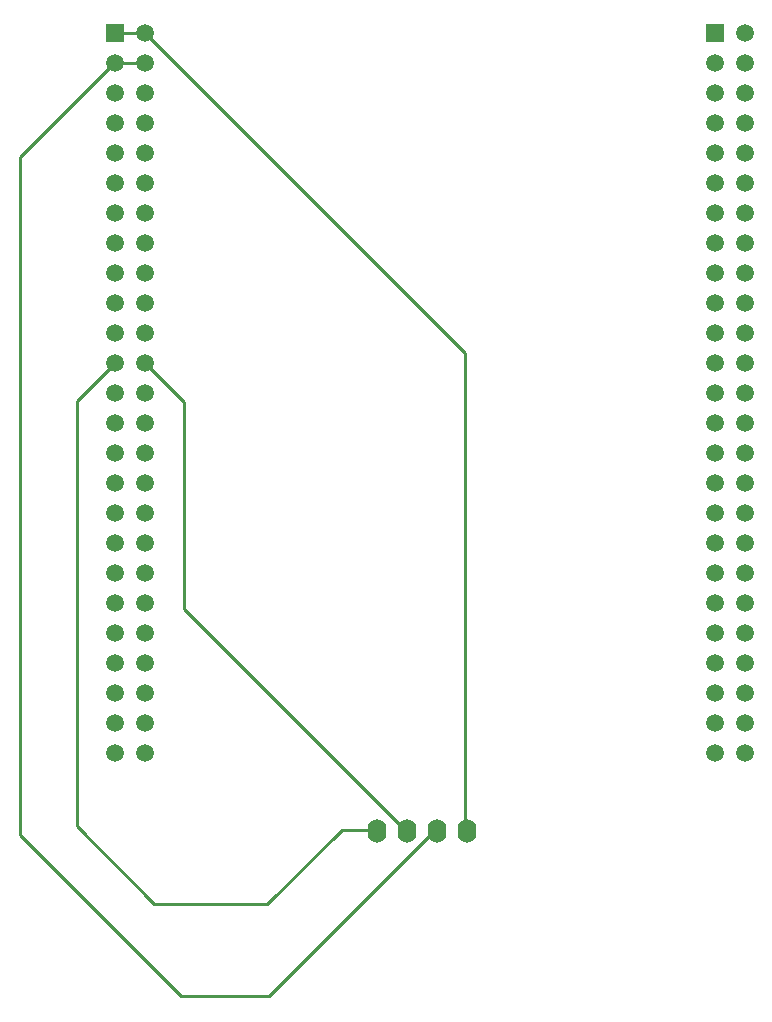
<source format=gbr>
%TF.GenerationSoftware,KiCad,Pcbnew,(7.0.0)*%
%TF.CreationDate,2023-06-01T06:11:32-06:00*%
%TF.ProjectId,Phase_D_STM32_v1,50686173-655f-4445-9f53-544d33325f76,rev?*%
%TF.SameCoordinates,Original*%
%TF.FileFunction,Copper,L1,Top*%
%TF.FilePolarity,Positive*%
%FSLAX46Y46*%
G04 Gerber Fmt 4.6, Leading zero omitted, Abs format (unit mm)*
G04 Created by KiCad (PCBNEW (7.0.0)) date 2023-06-01 06:11:32*
%MOMM*%
%LPD*%
G01*
G04 APERTURE LIST*
%TA.AperFunction,ComponentPad*%
%ADD10O,1.600000X2.000000*%
%TD*%
%TA.AperFunction,ComponentPad*%
%ADD11R,1.500000X1.500000*%
%TD*%
%TA.AperFunction,ComponentPad*%
%ADD12C,1.500000*%
%TD*%
%TA.AperFunction,Conductor*%
%ADD13C,0.250000*%
%TD*%
G04 APERTURE END LIST*
D10*
%TO.P,U2,4,SDA*%
%TO.N,SDA*%
X223399999Y-116219999D03*
%TO.P,U2,3,SCL*%
%TO.N,SCL*%
X225939999Y-116219999D03*
%TO.P,U2,2,VCC*%
%TO.N,GND*%
X228479999Y-116219999D03*
%TO.P,U2,1,GND*%
%TO.N,+5V*%
X231019999Y-116219999D03*
%TD*%
D11*
%TO.P,U1,P1_1,5V*%
%TO.N,+5V*%
X201229999Y-48599999D03*
D12*
%TO.P,U1,P1_2,5V*%
X203770000Y-48600000D03*
%TO.P,U1,P1_3,PF4*%
%TO.N,GND*%
X201230000Y-51140000D03*
%TO.P,U1,P1_4,PF5*%
X203770000Y-51140000D03*
%TO.P,U1,P1_5,PF2*%
%TO.N,unconnected-(U1A-PF2-PadP1_5)*%
X201230000Y-53680000D03*
%TO.P,U1,P1_6,PF3*%
%TO.N,unconnected-(U1A-PF3-PadP1_6)*%
X203770000Y-53680000D03*
%TO.P,U1,P1_7,PF0*%
%TO.N,unconnected-(U1A-PF0-PadP1_7)*%
X201230000Y-56220000D03*
%TO.P,U1,P1_8,PF1*%
%TO.N,unconnected-(U1A-PF1-PadP1_8)*%
X203770000Y-56220000D03*
%TO.P,U1,P1_9,PC14*%
%TO.N,unconnected-(U1A-PC14-PadP1_9)*%
X201230000Y-58760000D03*
%TO.P,U1,P1_10,PC15*%
%TO.N,unconnected-(U1A-PC15-PadP1_10)*%
X203770000Y-58760000D03*
%TO.P,U1,P1_11,PE6*%
%TO.N,unconnected-(U1A-PE6-PadP1_11)*%
X201230000Y-61300000D03*
%TO.P,U1,P1_12,PC13*%
%TO.N,unconnected-(U1A-PC13-PadP1_12)*%
X203770000Y-61300000D03*
%TO.P,U1,P1_13,PE4*%
%TO.N,unconnected-(U1A-PE4-PadP1_13)*%
X201230000Y-63840000D03*
%TO.P,U1,P1_14,PE5*%
%TO.N,unconnected-(U1A-PE5-PadP1_14)*%
X203770000Y-63840000D03*
%TO.P,U1,P1_15,PE2*%
%TO.N,unconnected-(U1A-PE2-PadP1_15)*%
X201230000Y-66380000D03*
%TO.P,U1,P1_16,PE3*%
%TO.N,unconnected-(U1A-PE3-PadP1_16)*%
X203770000Y-66380000D03*
%TO.P,U1,P1_17,PE0*%
%TO.N,unconnected-(U1A-PE0-PadP1_17)*%
X201230000Y-68920000D03*
%TO.P,U1,P1_18,PE1*%
%TO.N,unconnected-(U1A-PE1-PadP1_18)*%
X203770000Y-68920000D03*
%TO.P,U1,P1_19,PB8*%
%TO.N,unconnected-(U1A-PB8-PadP1_19)*%
X201230000Y-71460000D03*
%TO.P,U1,P1_20,PB9*%
%TO.N,unconnected-(U1A-PB9-PadP1_20)*%
X203770000Y-71460000D03*
%TO.P,U1,P1_21,BOOT0*%
%TO.N,unconnected-(U1A-BOOT0-PadP1_21)*%
X203770000Y-74000000D03*
%TO.P,U1,P1_22,VDD*%
%TO.N,unconnected-(U1A-VDD-PadP1_22)*%
X201230000Y-74000000D03*
%TO.P,U1,P1_23,PB6*%
%TO.N,SCL*%
X203770000Y-76540000D03*
%TO.P,U1,P1_24,PB7*%
%TO.N,SDA*%
X201230000Y-76540000D03*
%TO.P,U1,P1_25,PB4*%
%TO.N,unconnected-(U1A-PB4-PadP1_25)*%
X201230000Y-79080000D03*
%TO.P,U1,P1_26,PB5*%
%TO.N,unconnected-(U1A-PB5-PadP1_26)*%
X203770000Y-79080000D03*
%TO.P,U1,P1_27,PG15*%
%TO.N,unconnected-(U1A-PG15-PadP1_27)*%
X201230000Y-81620000D03*
%TO.P,U1,P1_28,PB3*%
%TO.N,unconnected-(U1A-PB3-PadP1_28)*%
X203770000Y-81620000D03*
%TO.P,U1,P1_29,PG13*%
%TO.N,unconnected-(U1A-PG13-PadP1_29)*%
X201230000Y-84160000D03*
%TO.P,U1,P1_30,PG14*%
%TO.N,unconnected-(U1A-PG14-PadP1_30)*%
X203770000Y-84160000D03*
%TO.P,U1,P1_31,PG11*%
%TO.N,unconnected-(U1A-PG11-PadP1_31)*%
X201230000Y-86700000D03*
%TO.P,U1,P1_32,PG12*%
%TO.N,unconnected-(U1A-PG12-PadP1_32)*%
X203770000Y-86700000D03*
%TO.P,U1,P1_33,PG9*%
%TO.N,unconnected-(U1A-PG9-PadP1_33)*%
X201230000Y-89240000D03*
%TO.P,U1,P1_34,PG10*%
%TO.N,unconnected-(U1A-PG10-PadP1_34)*%
X203770000Y-89240000D03*
%TO.P,U1,P1_35,PD7*%
%TO.N,unconnected-(U1A-PD7-PadP1_35)*%
X201230000Y-91780000D03*
%TO.P,U1,P1_36,PD6*%
%TO.N,unconnected-(U1A-PD6-PadP1_36)*%
X203770000Y-91780000D03*
%TO.P,U1,P1_37,PD5*%
%TO.N,unconnected-(U1A-PD5-PadP1_37)*%
X201230000Y-94320000D03*
%TO.P,U1,P1_38,PD4*%
%TO.N,unconnected-(U1A-PD4-PadP1_38)*%
X203770000Y-94320000D03*
%TO.P,U1,P1_39,PD3*%
%TO.N,unconnected-(U1A-PD3-PadP1_39)*%
X201230000Y-96860000D03*
%TO.P,U1,P1_40,PD2*%
%TO.N,unconnected-(U1A-PD2-PadP1_40)*%
X203770000Y-96860000D03*
%TO.P,U1,P1_41,PD1*%
%TO.N,unconnected-(U1A-PD1-PadP1_41)*%
X201230000Y-99400000D03*
%TO.P,U1,P1_42,PD0*%
%TO.N,unconnected-(U1A-PD0-PadP1_42)*%
X203770000Y-99400000D03*
%TO.P,U1,P1_43,PC12*%
%TO.N,unconnected-(U1A-PC12-PadP1_43)*%
X201230000Y-101940000D03*
%TO.P,U1,P1_44,PC11*%
%TO.N,unconnected-(U1A-PC11-PadP1_44)*%
X203770000Y-101940000D03*
%TO.P,U1,P1_45,PC10*%
%TO.N,unconnected-(U1A-PC10-PadP1_45)*%
X201230000Y-104480000D03*
%TO.P,U1,P1_46,PA15*%
%TO.N,unconnected-(U1A-PA15-PadP1_46)*%
X203770000Y-104480000D03*
%TO.P,U1,P1_47,PA14*%
%TO.N,unconnected-(U1A-PA14-PadP1_47)*%
X201230000Y-107020000D03*
%TO.P,U1,P1_48,PA13*%
%TO.N,unconnected-(U1A-PA13-PadP1_48)*%
X203770000Y-107020000D03*
%TO.P,U1,P1_49,PA12*%
%TO.N,unconnected-(U1A-PA12-PadP1_49)*%
X201230000Y-109560000D03*
%TO.P,U1,P1_50,PA11*%
%TO.N,unconnected-(U1A-PA11-PadP1_50)*%
X203770000Y-109560000D03*
D11*
%TO.P,U1,P2_1*%
%TO.N,N/C*%
X252029999Y-48599999D03*
D12*
%TO.P,U1,P2_2*%
X254570000Y-48600000D03*
%TO.P,U1,P2_3*%
X252030000Y-51140000D03*
%TO.P,U1,P2_4*%
X254570000Y-51140000D03*
%TO.P,U1,P2_5*%
X252030000Y-53680000D03*
%TO.P,U1,P2_6*%
X254570000Y-53680000D03*
%TO.P,U1,P2_7*%
X252030000Y-56220000D03*
%TO.P,U1,P2_8*%
X254570000Y-56220000D03*
%TO.P,U1,P2_9*%
X252030000Y-58760000D03*
%TO.P,U1,P2_10*%
X254570000Y-58760000D03*
%TO.P,U1,P2_11*%
X252030000Y-61300000D03*
%TO.P,U1,P2_12*%
X254570000Y-61300000D03*
%TO.P,U1,P2_13*%
X252030000Y-63840000D03*
%TO.P,U1,P2_14*%
X254570000Y-63840000D03*
%TO.P,U1,P2_15*%
X252030000Y-66380000D03*
%TO.P,U1,P2_16*%
X254570000Y-66380000D03*
%TO.P,U1,P2_17*%
X252030000Y-68920000D03*
%TO.P,U1,P2_18*%
X254570000Y-68920000D03*
%TO.P,U1,P2_19*%
X252030000Y-71460000D03*
%TO.P,U1,P2_20*%
X254570000Y-71460000D03*
%TO.P,U1,P2_21*%
X252030000Y-74000000D03*
%TO.P,U1,P2_22*%
X254570000Y-74000000D03*
%TO.P,U1,P2_23*%
X252030000Y-76540000D03*
%TO.P,U1,P2_24*%
X254570000Y-76540000D03*
%TO.P,U1,P2_25*%
X252030000Y-79080000D03*
%TO.P,U1,P2_26*%
X254570000Y-79080000D03*
%TO.P,U1,P2_27*%
X252030000Y-81620000D03*
%TO.P,U1,P2_28*%
X254570000Y-81620000D03*
%TO.P,U1,P2_29*%
X252030000Y-84160000D03*
%TO.P,U1,P2_30*%
X254570000Y-84160000D03*
%TO.P,U1,P2_31*%
X252030000Y-86700000D03*
%TO.P,U1,P2_32*%
X254570000Y-86700000D03*
%TO.P,U1,P2_33*%
X252030000Y-89240000D03*
%TO.P,U1,P2_34*%
X254570000Y-89240000D03*
%TO.P,U1,P2_35*%
X252030000Y-91780000D03*
%TO.P,U1,P2_36*%
X254570000Y-91780000D03*
%TO.P,U1,P2_37*%
X252030000Y-94320000D03*
%TO.P,U1,P2_38*%
X254570000Y-94320000D03*
%TO.P,U1,P2_39*%
X252030000Y-96860000D03*
%TO.P,U1,P2_40*%
X254570000Y-96860000D03*
%TO.P,U1,P2_41*%
X252030000Y-99400000D03*
%TO.P,U1,P2_42*%
X254570000Y-99400000D03*
%TO.P,U1,P2_43*%
X252030000Y-101940000D03*
%TO.P,U1,P2_44*%
X254570000Y-101940000D03*
%TO.P,U1,P2_45*%
X252030000Y-104480000D03*
%TO.P,U1,P2_46*%
X254570000Y-104480000D03*
%TO.P,U1,P2_47*%
X252030000Y-107020000D03*
%TO.P,U1,P2_48*%
X254570000Y-107020000D03*
%TO.P,U1,P2_49*%
X252030000Y-109560000D03*
%TO.P,U1,P2_50*%
X254570000Y-109560000D03*
%TD*%
D13*
%TO.N,+5V*%
X203770000Y-48600000D02*
X230910000Y-75740000D01*
X230910000Y-75740000D02*
X230910000Y-116090000D01*
%TO.N,GND*%
X206850000Y-130180000D02*
X214280000Y-130180000D01*
X193190000Y-59150000D02*
X193190000Y-116520000D01*
X214280000Y-130180000D02*
X228370000Y-116090000D01*
X201200000Y-51140000D02*
X193190000Y-59150000D01*
X203770000Y-51140000D02*
X201200000Y-51140000D01*
X193190000Y-116520000D02*
X206850000Y-130180000D01*
%TO.N,SCL*%
X207110000Y-97370000D02*
X207110000Y-79880000D01*
X207110000Y-79880000D02*
X203770000Y-76540000D01*
X225830000Y-116090000D02*
X207110000Y-97370000D01*
%TO.N,SDA*%
X223290000Y-116090000D02*
X220440000Y-116090000D01*
X204580000Y-122380000D02*
X214150000Y-122380000D01*
X220440000Y-116090000D02*
X214150000Y-122380000D01*
X197990000Y-79780000D02*
X197990000Y-115790000D01*
X197990000Y-115790000D02*
X204580000Y-122380000D01*
X201230000Y-76540000D02*
X197990000Y-79780000D01*
%TO.N,+5V*%
X201230000Y-48600000D02*
X203770000Y-48600000D01*
%TD*%
M02*

</source>
